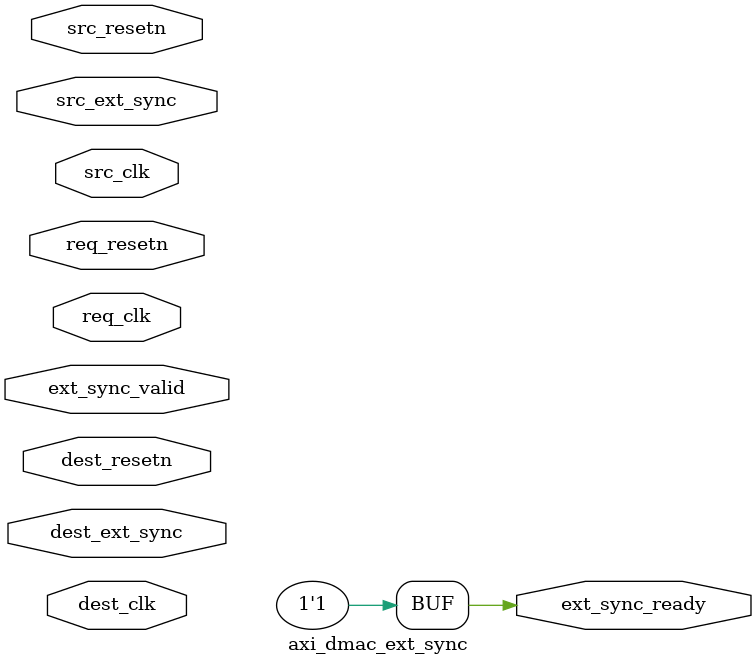
<source format=v>

module axi_dmac_ext_sync #(
  parameter USE_EXT_SYNC = 0,
  parameter ASYNC_CLK_REQ_SRC = 1,
  parameter ASYNC_CLK_DEST_REQ = 1

)(

  input req_clk,
  input req_resetn,

  input src_clk,
  input src_resetn,

  input dest_clk,
  input dest_resetn,

  // External sync interface
  input src_ext_sync,
  input dest_ext_sync,

  // Interface to requester
  output ext_sync_ready,
  input ext_sync_valid

);

generate if (USE_EXT_SYNC == 1) begin

  reg src_ext_sync_d = 1'b0;
  reg dest_ext_sync_d = 1'b0;

  reg ext_sync_ready_s = 1'b0;

  wire req_ext_sync;


  always @(posedge src_clk) begin
    src_ext_sync_d <= src_ext_sync;
  end

  always @(posedge dest_clk) begin
    dest_ext_sync_d <= dest_ext_sync;
  end

  sync_event #(.ASYNC_CLK(ASYNC_CLK_REQ_SRC)) sync_src_sync (
    .in_clk(src_clk),
    .in_event(src_ext_sync & ~src_ext_sync_d),
    .out_clk(req_clk),
    .out_event(req_src_ext_sync)
  );

  sync_event #(.ASYNC_CLK(ASYNC_CLK_DEST_REQ)) sync_dest_sync (
    .in_clk(dest_clk),
    .in_event(dest_ext_sync & ~dest_ext_sync_d),
    .out_clk(req_clk),
    .out_event(req_dest_ext_sync)
  );

  assign req_ext_sync = req_src_ext_sync || req_dest_ext_sync;

  always @(posedge req_clk) begin
    if (req_resetn == 1'b0) begin
      ext_sync_ready_s <= 1'b0;
    end else if (req_ext_sync == 1'b1) begin
      ext_sync_ready_s <= 1'b1;
    end else if (ext_sync_valid == 1'b1) begin
      ext_sync_ready_s <= 1'b0;
    end
  end

  assign ext_sync_ready = ext_sync_ready_s;

end else begin

  assign ext_sync_ready = 1'b1;

end endgenerate

endmodule


</source>
